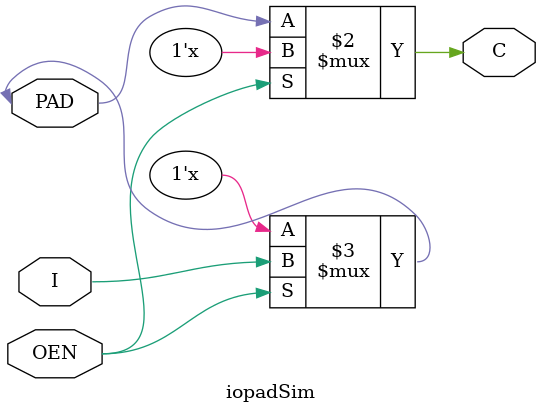
<source format=v>

module iopad #(parameter PADTECH = "SYNTHESIS") (
    input inp,
    input oen,
    output outp, 
    inout pad
);
/*
if (PADTECH == "SYNTHESIS") begin
	PDD12DGZ iopadTech (.OEN(oen), .I(inp), .C(outp), .PAD(pad)); // tpz io library
//	PDDW0812CDG outpadTech (.OEN(oen), .IE(1'b1), .DS(1'b0), .PE(1'b1), .I(inp), .C(outp), .PAD(pad)); // tph (slim) io library
end*/ if (PADTECH == "SIMULATION") begin
	iopadSim iopadTech (.OEN(oen), .I(inp), .C(outp), .PAD(pad));
end if (PADTECH == "FPGA") begin // will be inferred by the FPGA EDA tool
	iopadSim iopadTech (.OEN(oen), .I(inp), .C(outp), .PAD(pad));
end

endmodule


/*
module iopadv #(parameter PADTECH = "SYNTHESIS", parameter WIDTH = 1) (
    input [WIDTH-1:0] inp,
    input [WIDTH-1:0] oen,
    output [WIDTH-1:0] outp,
    inout [WIDTH-1:0] pad
);

genvar cnt;
generate
    for (cnt=0 ; cnt<WIDTH ; cnt=cnt+1) begin
        iopad #(.PADTECH(PADTECH)) iopadTech (.inp(inp[cnt]), .oen(oen[cnt]), .outp(outp[cnt]), .pad(pad[cnt]));
    end
endgenerate

endmodule
*/

module iopadSim (
	input OEN,
	input I,
	output C,
	inout PAD
);

	//assign C = PAD;
	assign C = ~OEN ? PAD : 1'bZ;
	assign PAD = OEN ? I : 1'bZ;

endmodule

</source>
